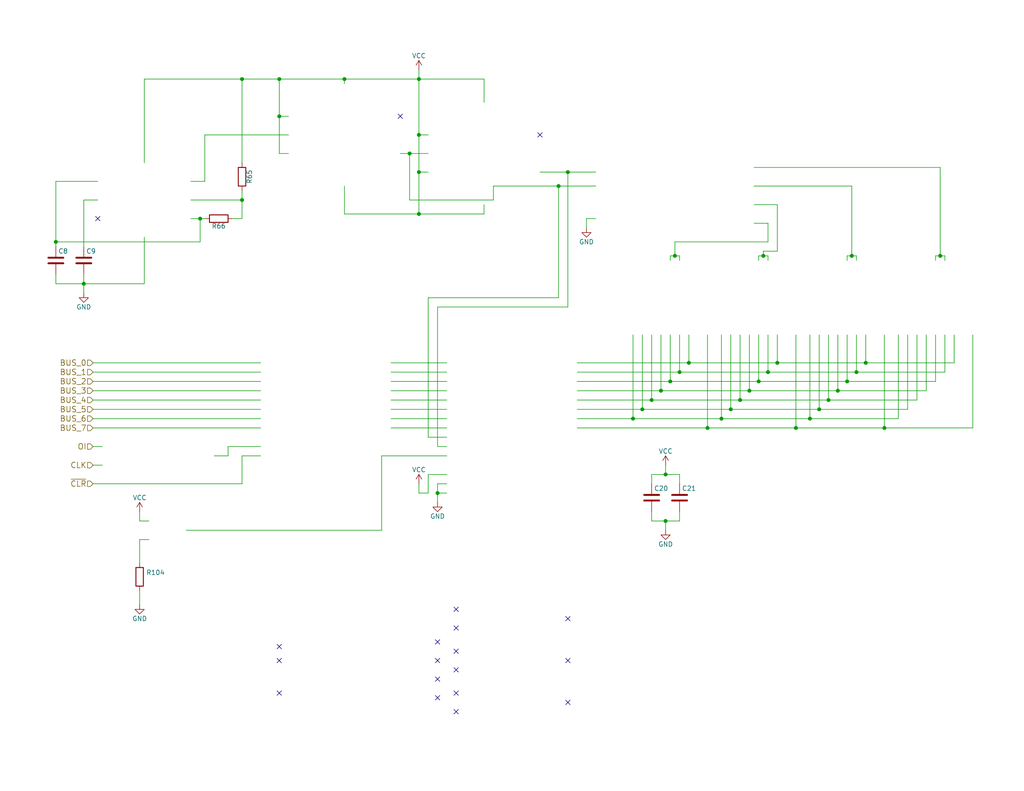
<source format=kicad_sch>
(kicad_sch (version 20211123) (generator eeschema)
  (paper "USLetter")
  (lib_symbols
    (symbol "Device:C" (pin_numbers hide) (pin_names (offset 0.254))
      (property "Reference" "C" (at 0.635 2.54 0))
      (property "Value" "C" (at 0.635 -2.54 0))
      (symbol "C_0_1"
        (polyline (pts (xy -2.032 -0.762) (xy 2.032 -0.762)) (stroke (width 0.508)))
        (polyline (pts (xy -2.032 0.762) (xy 2.032 0.762)) (stroke (width 0.508)))
      )
      (symbol "C_1_1"
        (pin passive line (at 0 3.81 270) (length 2.794) (name "~") (number "1"))
        (pin passive line (at 0 -3.81 90) (length 2.794) (name "~") (number "2"))
      )
    )
    (symbol "Device:R" (pin_numbers hide) (pin_names (offset 0))
      (property "Reference" "R" (at 2.032 0 90))
      (property "Value" "R" (at 0 0 90))
      (symbol "R_0_1"
        (rectangle (start -1.016 -2.54) (end 1.016 2.54) (stroke (width 0.254)))
      )
      (symbol "R_1_1"
        (pin passive line (at 0 3.81 270) (length 1.27) (name "~") (number "1"))
        (pin passive line (at 0 -3.81 90) (length 1.27) (name "~") (number "2"))
      )
    )
    (symbol "power:GND" (power) (pin_names (offset 0))
      (property "Value" "GND" (at 0 -3.81 0))
      (symbol "GND_0_1"
        (polyline (pts (xy 0 0) (xy 0 -1.27) (xy 1.27 -1.27) (xy 0 -2.54) (xy -1.27 -1.27) (xy 0 -1.27)))
      )
      (symbol "GND_1_1"
        (pin power_in line (at 0 0 270) (length 0) hide (name "GND") (number "1"))
      )
    )
    (symbol "power:VCC" (power) (pin_names (offset 0))
      (property "Value" "VCC" (at 0 3.81 0))
      (symbol "VCC_0_1"
        (polyline (pts (xy -0.762 1.27) (xy 0 2.54)))
        (polyline (pts (xy 0 0) (xy 0 2.54)))
        (polyline (pts (xy 0 2.54) (xy 0.762 1.27)))
      )
      (symbol "VCC_1_1"
        (pin power_in line (at 0 0 90) (length 0) hide (name "VCC") (number "1"))
      )
    )
  )
  (junction (at 193.04 116.84))
  (junction (at 182.88 104.14))
  (junction (at 209.55 101.6))
  (junction (at 54.61 59.69))
  (junction (at 76.2 21.59))
  (junction (at 76.2 31.75))
  (junction (at 93.98 21.59))
  (junction (at 231.14 104.14))
  (junction (at 22.86 77.47))
  (junction (at 207.01 104.14))
  (junction (at 111.76 41.91))
  (junction (at 217.17 116.84))
  (junction (at 172.72 114.3))
  (junction (at 66.04 54.61))
  (junction (at 119.38 134.62))
  (junction (at 184.15 69.85))
  (junction (at 233.68 101.6))
  (junction (at 223.52 111.76))
  (junction (at 175.26 111.76))
  (junction (at 241.3 116.84))
  (junction (at 181.61 142.24))
  (junction (at 220.98 114.3))
  (junction (at 232.41 69.85))
  (junction (at 181.61 129.54))
  (junction (at 212.09 99.06))
  (junction (at 114.3 58.42))
  (junction (at 199.39 111.76))
  (junction (at 208.28 69.85))
  (junction (at 152.4 50.8))
  (junction (at 204.47 106.68))
  (junction (at 236.22 99.06))
  (junction (at 256.54 69.85))
  (junction (at 180.34 106.68))
  (junction (at 196.85 114.3))
  (junction (at 201.93 109.22))
  (junction (at 228.6 106.68))
  (junction (at 185.42 101.6))
  (junction (at 187.96 99.06))
  (junction (at 226.06 109.22))
  (junction (at 114.3 36.83))
  (junction (at 114.3 46.99))
  (junction (at 15.24 66.04))
  (junction (at 154.94 46.99))
  (junction (at 66.04 21.59))
  (junction (at 114.3 21.59))
  (junction (at 177.8 109.22))
  (no_connect (at 119.38 185.42))
  (no_connect (at 124.46 171.45))
  (no_connect (at 109.22 31.75))
  (no_connect (at 154.94 168.91))
  (no_connect (at 26.67 59.69))
  (no_connect (at 76.2 176.53))
  (no_connect (at 147.32 36.83))
  (no_connect (at 124.46 189.23))
  (no_connect (at 154.94 191.77))
  (no_connect (at 124.46 166.37))
  (no_connect (at 76.2 180.34))
  (no_connect (at 76.2 189.23))
  (no_connect (at 119.38 190.5))
  (no_connect (at 154.94 180.34))
  (no_connect (at 119.38 180.34))
  (no_connect (at 124.46 177.8))
  (no_connect (at 124.46 182.88))
  (no_connect (at 124.46 194.31))
  (no_connect (at 119.38 175.26))
  (wire (pts (xy 157.48 111.76) (xy 175.26 111.76)))
  (wire (pts (xy 209.55 69.85) (xy 209.55 71.12)))
  (wire (pts (xy 231.14 71.12) (xy 231.14 69.85)))
  (wire (pts (xy 22.86 77.47) (xy 39.37 77.47)))
  (wire (pts (xy 66.04 52.07) (xy 66.04 54.61)))
  (wire (pts (xy 236.22 99.06) (xy 236.22 91.44)))
  (wire (pts (xy 181.61 129.54) (xy 185.42 129.54)))
  (wire (pts (xy 228.6 106.68) (xy 252.73 106.68)))
  (wire (pts (xy 207.01 69.85) (xy 208.28 69.85)))
  (wire (pts (xy 119.38 134.62) (xy 119.38 137.16)))
  (wire (pts (xy 185.42 69.85) (xy 185.42 71.12)))
  (wire (pts (xy 22.86 74.93) (xy 22.86 77.47)))
  (wire (pts (xy 15.24 74.93) (xy 15.24 77.47)))
  (wire (pts (xy 106.68 101.6) (xy 121.92 101.6)))
  (wire (pts (xy 15.24 77.47) (xy 22.86 77.47)))
  (wire (pts (xy 152.4 81.28) (xy 116.84 81.28)))
  (wire (pts (xy 93.98 21.59) (xy 93.98 22.86)))
  (wire (pts (xy 187.96 99.06) (xy 212.09 99.06)))
  (wire (pts (xy 185.42 142.24) (xy 185.42 139.7)))
  (wire (pts (xy 71.12 99.06) (xy 25.4 99.06)))
  (wire (pts (xy 111.76 41.91) (xy 116.84 41.91)))
  (wire (pts (xy 71.12 109.22) (xy 25.4 109.22)))
  (wire (pts (xy 231.14 69.85) (xy 232.41 69.85)))
  (wire (pts (xy 25.4 127) (xy 27.94 127)))
  (wire (pts (xy 177.8 139.7) (xy 177.8 142.24)))
  (wire (pts (xy 257.81 101.6) (xy 257.81 91.44)))
  (wire (pts (xy 134.62 54.61) (xy 111.76 54.61)))
  (wire (pts (xy 25.4 132.08) (xy 66.04 132.08)))
  (wire (pts (xy 119.38 121.92) (xy 121.92 121.92)))
  (wire (pts (xy 223.52 111.76) (xy 247.65 111.76)))
  (wire (pts (xy 111.76 41.91) (xy 111.76 54.61)))
  (wire (pts (xy 205.74 45.72) (xy 256.54 45.72)))
  (wire (pts (xy 52.07 54.61) (xy 66.04 54.61)))
  (wire (pts (xy 233.68 91.44) (xy 233.68 101.6)))
  (wire (pts (xy 38.1 147.32) (xy 38.1 153.67)))
  (wire (pts (xy 193.04 116.84) (xy 217.17 116.84)))
  (wire (pts (xy 114.3 58.42) (xy 132.08 58.42)))
  (wire (pts (xy 58.42 124.46) (xy 62.23 124.46)))
  (wire (pts (xy 257.81 69.85) (xy 257.81 71.12)))
  (wire (pts (xy 54.61 66.04) (xy 15.24 66.04)))
  (wire (pts (xy 232.41 69.85) (xy 233.68 69.85)))
  (wire (pts (xy 157.48 109.22) (xy 177.8 109.22)))
  (wire (pts (xy 106.68 104.14) (xy 121.92 104.14)))
  (wire (pts (xy 38.1 142.24) (xy 40.64 142.24)))
  (wire (pts (xy 114.3 36.83) (xy 116.84 36.83)))
  (wire (pts (xy 199.39 111.76) (xy 199.39 91.44)))
  (wire (pts (xy 39.37 77.47) (xy 39.37 64.77)))
  (wire (pts (xy 177.8 109.22) (xy 201.93 109.22)))
  (wire (pts (xy 25.4 106.68) (xy 71.12 106.68)))
  (wire (pts (xy 201.93 109.22) (xy 226.06 109.22)))
  (wire (pts (xy 187.96 99.06) (xy 187.96 91.44)))
  (wire (pts (xy 157.48 114.3) (xy 172.72 114.3)))
  (wire (pts (xy 193.04 91.44) (xy 193.04 116.84)))
  (wire (pts (xy 157.48 116.84) (xy 193.04 116.84)))
  (wire (pts (xy 220.98 114.3) (xy 245.11 114.3)))
  (wire (pts (xy 185.42 101.6) (xy 185.42 91.44)))
  (wire (pts (xy 207.01 104.14) (xy 207.01 91.44)))
  (wire (pts (xy 25.4 101.6) (xy 71.12 101.6)))
  (wire (pts (xy 177.8 109.22) (xy 177.8 91.44)))
  (wire (pts (xy 185.42 101.6) (xy 209.55 101.6)))
  (wire (pts (xy 184.15 69.85) (xy 185.42 69.85)))
  (wire (pts (xy 177.8 129.54) (xy 181.61 129.54)))
  (wire (pts (xy 250.19 109.22) (xy 250.19 91.44)))
  (wire (pts (xy 62.23 124.46) (xy 62.23 121.92)))
  (wire (pts (xy 180.34 106.68) (xy 204.47 106.68)))
  (wire (pts (xy 177.8 142.24) (xy 181.61 142.24)))
  (wire (pts (xy 121.92 132.08) (xy 119.38 132.08)))
  (wire (pts (xy 119.38 134.62) (xy 121.92 134.62)))
  (wire (pts (xy 245.11 114.3) (xy 245.11 91.44)))
  (wire (pts (xy 233.68 101.6) (xy 257.81 101.6)))
  (wire (pts (xy 25.4 121.92) (xy 27.94 121.92)))
  (wire (pts (xy 71.12 104.14) (xy 25.4 104.14)))
  (wire (pts (xy 152.4 50.8) (xy 152.4 81.28)))
  (wire (pts (xy 93.98 58.42) (xy 114.3 58.42)))
  (wire (pts (xy 132.08 21.59) (xy 132.08 27.94)))
  (wire (pts (xy 76.2 31.75) (xy 78.74 31.75)))
  (wire (pts (xy 201.93 109.22) (xy 201.93 91.44)))
  (wire (pts (xy 212.09 55.88) (xy 205.74 55.88)))
  (wire (pts (xy 209.55 101.6) (xy 233.68 101.6)))
  (wire (pts (xy 15.24 49.53) (xy 15.24 66.04)))
  (wire (pts (xy 231.14 104.14) (xy 231.14 91.44)))
  (wire (pts (xy 217.17 116.84) (xy 217.17 91.44)))
  (wire (pts (xy 116.84 134.62) (xy 116.84 129.54)))
  (wire (pts (xy 106.68 106.68) (xy 121.92 106.68)))
  (wire (pts (xy 208.28 68.58) (xy 212.09 68.58)))
  (wire (pts (xy 226.06 109.22) (xy 226.06 91.44)))
  (wire (pts (xy 25.4 111.76) (xy 71.12 111.76)))
  (wire (pts (xy 116.84 119.38) (xy 121.92 119.38)))
  (wire (pts (xy 208.28 69.85) (xy 208.28 68.58)))
  (wire (pts (xy 66.04 21.59) (xy 66.04 44.45)))
  (wire (pts (xy 181.61 127) (xy 181.61 129.54)))
  (wire (pts (xy 204.47 106.68) (xy 204.47 91.44)))
  (wire (pts (xy 76.2 21.59) (xy 76.2 31.75)))
  (wire (pts (xy 204.47 106.68) (xy 228.6 106.68)))
  (wire (pts (xy 152.4 50.8) (xy 162.56 50.8)))
  (wire (pts (xy 157.48 101.6) (xy 185.42 101.6)))
  (wire (pts (xy 121.92 109.22) (xy 106.68 109.22)))
  (wire (pts (xy 119.38 83.82) (xy 154.94 83.82)))
  (wire (pts (xy 22.86 77.47) (xy 22.86 80.01)))
  (wire (pts (xy 181.61 142.24) (xy 185.42 142.24)))
  (wire (pts (xy 232.41 50.8) (xy 205.74 50.8)))
  (wire (pts (xy 66.04 132.08) (xy 66.04 124.46)))
  (wire (pts (xy 228.6 106.68) (xy 228.6 91.44)))
  (wire (pts (xy 255.27 104.14) (xy 255.27 91.44)))
  (wire (pts (xy 160.02 59.69) (xy 160.02 62.23)))
  (wire (pts (xy 177.8 132.08) (xy 177.8 129.54)))
  (wire (pts (xy 119.38 83.82) (xy 119.38 121.92)))
  (wire (pts (xy 208.28 69.85) (xy 209.55 69.85)))
  (wire (pts (xy 26.67 49.53) (xy 15.24 49.53)))
  (wire (pts (xy 109.22 41.91) (xy 111.76 41.91)))
  (wire (pts (xy 40.64 147.32) (xy 38.1 147.32)))
  (wire (pts (xy 52.07 59.69) (xy 54.61 59.69)))
  (wire (pts (xy 119.38 132.08) (xy 119.38 134.62)))
  (wire (pts (xy 199.39 111.76) (xy 223.52 111.76)))
  (wire (pts (xy 157.48 99.06) (xy 187.96 99.06)))
  (wire (pts (xy 175.26 111.76) (xy 199.39 111.76)))
  (wire (pts (xy 93.98 50.8) (xy 93.98 58.42)))
  (wire (pts (xy 233.68 69.85) (xy 233.68 71.12)))
  (wire (pts (xy 212.09 68.58) (xy 212.09 55.88)))
  (wire (pts (xy 247.65 111.76) (xy 247.65 91.44)))
  (wire (pts (xy 255.27 69.85) (xy 256.54 69.85)))
  (wire (pts (xy 172.72 114.3) (xy 196.85 114.3)))
  (wire (pts (xy 256.54 69.85) (xy 257.81 69.85)))
  (wire (pts (xy 54.61 59.69) (xy 54.61 66.04)))
  (wire (pts (xy 106.68 111.76) (xy 121.92 111.76)))
  (wire (pts (xy 241.3 116.84) (xy 265.43 116.84)))
  (wire (pts (xy 231.14 104.14) (xy 255.27 104.14)))
  (wire (pts (xy 55.88 36.83) (xy 78.74 36.83)))
  (wire (pts (xy 134.62 50.8) (xy 134.62 54.61)))
  (wire (pts (xy 265.43 116.84) (xy 265.43 91.44)))
  (wire (pts (xy 182.88 104.14) (xy 207.01 104.14)))
  (wire (pts (xy 93.98 21.59) (xy 114.3 21.59)))
  (wire (pts (xy 104.14 124.46) (xy 121.92 124.46)))
  (wire (pts (xy 66.04 59.69) (xy 63.5 59.69)))
  (wire (pts (xy 260.35 99.06) (xy 260.35 91.44)))
  (wire (pts (xy 38.1 161.29) (xy 38.1 165.1)))
  (wire (pts (xy 236.22 99.06) (xy 260.35 99.06)))
  (wire (pts (xy 212.09 99.06) (xy 236.22 99.06)))
  (wire (pts (xy 182.88 71.12) (xy 182.88 69.85)))
  (wire (pts (xy 114.3 19.05) (xy 114.3 21.59)))
  (wire (pts (xy 157.48 104.14) (xy 182.88 104.14)))
  (wire (pts (xy 116.84 81.28) (xy 116.84 119.38)))
  (wire (pts (xy 52.07 49.53) (xy 55.88 49.53)))
  (wire (pts (xy 106.68 99.06) (xy 121.92 99.06)))
  (wire (pts (xy 232.41 69.85) (xy 232.41 50.8)))
  (wire (pts (xy 66.04 124.46) (xy 71.12 124.46)))
  (wire (pts (xy 212.09 99.06) (xy 212.09 91.44)))
  (wire (pts (xy 180.34 106.68) (xy 180.34 91.44)))
  (wire (pts (xy 196.85 114.3) (xy 220.98 114.3)))
  (wire (pts (xy 114.3 46.99) (xy 116.84 46.99)))
  (wire (pts (xy 209.55 66.04) (xy 209.55 60.96)))
  (wire (pts (xy 162.56 59.69) (xy 160.02 59.69)))
  (wire (pts (xy 66.04 54.61) (xy 66.04 59.69)))
  (wire (pts (xy 154.94 46.99) (xy 162.56 46.99)))
  (wire (pts (xy 114.3 132.08) (xy 114.3 134.62)))
  (wire (pts (xy 172.72 91.44) (xy 172.72 114.3)))
  (wire (pts (xy 114.3 46.99) (xy 114.3 58.42)))
  (wire (pts (xy 147.32 46.99) (xy 154.94 46.99)))
  (wire (pts (xy 55.88 49.53) (xy 55.88 36.83)))
  (wire (pts (xy 15.24 66.04) (xy 15.24 67.31)))
  (wire (pts (xy 134.62 50.8) (xy 152.4 50.8)))
  (wire (pts (xy 76.2 41.91) (xy 78.74 41.91)))
  (wire (pts (xy 209.55 60.96) (xy 205.74 60.96)))
  (wire (pts (xy 71.12 114.3) (xy 25.4 114.3)))
  (wire (pts (xy 217.17 116.84) (xy 241.3 116.84)))
  (wire (pts (xy 223.52 111.76) (xy 223.52 91.44)))
  (wire (pts (xy 76.2 21.59) (xy 93.98 21.59)))
  (wire (pts (xy 182.88 69.85) (xy 184.15 69.85)))
  (wire (pts (xy 62.23 121.92) (xy 71.12 121.92)))
  (wire (pts (xy 25.4 116.84) (xy 71.12 116.84)))
  (wire (pts (xy 184.15 69.85) (xy 184.15 66.04)))
  (wire (pts (xy 66.04 21.59) (xy 76.2 21.59)))
  (wire (pts (xy 220.98 114.3) (xy 220.98 91.44)))
  (wire (pts (xy 181.61 142.24) (xy 181.61 144.78)))
  (wire (pts (xy 184.15 66.04) (xy 209.55 66.04)))
  (wire (pts (xy 114.3 21.59) (xy 114.3 36.83)))
  (wire (pts (xy 175.26 111.76) (xy 175.26 91.44)))
  (wire (pts (xy 39.37 21.59) (xy 66.04 21.59)))
  (wire (pts (xy 132.08 58.42) (xy 132.08 55.88)))
  (wire (pts (xy 182.88 91.44) (xy 182.88 104.14)))
  (wire (pts (xy 207.01 71.12) (xy 207.01 69.85)))
  (wire (pts (xy 185.42 129.54) (xy 185.42 132.08)))
  (wire (pts (xy 252.73 106.68) (xy 252.73 91.44)))
  (wire (pts (xy 255.27 71.12) (xy 255.27 69.85)))
  (wire (pts (xy 114.3 134.62) (xy 116.84 134.62)))
  (wire (pts (xy 106.68 116.84) (xy 121.92 116.84)))
  (wire (pts (xy 54.61 59.69) (xy 55.88 59.69)))
  (wire (pts (xy 121.92 114.3) (xy 106.68 114.3)))
  (wire (pts (xy 116.84 129.54) (xy 121.92 129.54)))
  (wire (pts (xy 26.67 54.61) (xy 22.86 54.61)))
  (wire (pts (xy 196.85 114.3) (xy 196.85 91.44)))
  (wire (pts (xy 241.3 116.84) (xy 241.3 91.44)))
  (wire (pts (xy 256.54 45.72) (xy 256.54 69.85)))
  (wire (pts (xy 38.1 139.7) (xy 38.1 142.24)))
  (wire (pts (xy 157.48 106.68) (xy 180.34 106.68)))
  (wire (pts (xy 209.55 91.44) (xy 209.55 101.6)))
  (wire (pts (xy 207.01 104.14) (xy 231.14 104.14)))
  (wire (pts (xy 22.86 54.61) (xy 22.86 67.31)))
  (wire (pts (xy 226.06 109.22) (xy 250.19 109.22)))
  (wire (pts (xy 104.14 144.78) (xy 104.14 124.46)))
  (wire (pts (xy 39.37 21.59) (xy 39.37 44.45)))
  (wire (pts (xy 114.3 21.59) (xy 132.08 21.59)))
  (wire (pts (xy 154.94 83.82) (xy 154.94 46.99)))
  (wire (pts (xy 114.3 36.83) (xy 114.3 46.99)))
  (wire (pts (xy 50.8 144.78) (xy 104.14 144.78)))
  (wire (pts (xy 76.2 31.75) (xy 76.2 41.91)))
  (hierarchical_label "BUS_1" (shape input) (at 25.4 101.6 180) (effects (font (size 1.524 1.524))))
  (hierarchical_label "BUS_2" (shape input) (at 25.4 104.14 180) (effects (font (size 1.524 1.524))))
  (hierarchical_label "~{CLR}" (shape input) (at 25.4 132.08 180) (effects (font (size 1.524 1.524))))
  (hierarchical_label "BUS_7" (shape input) (at 25.4 116.84 180) (effects (font (size 1.524 1.524))))
  (hierarchical_label "CLK" (shape input) (at 25.4 127 180) (effects (font (size 1.524 1.524))))
  (hierarchical_label "OI" (shape input) (at 25.4 121.92 180) (effects (font (size 1.524 1.524))))
  (hierarchical_label "BUS_3" (shape input) (at 25.4 106.68 180) (effects (font (size 1.524 1.524))))
  (hierarchical_label "BUS_5" (shape input) (at 25.4 111.76 180) (effects (font (size 1.524 1.524))))
  (hierarchical_label "BUS_0" (shape input) (at 25.4 99.06 180) (effects (font (size 1.524 1.524))))
  (hierarchical_label "BUS_6" (shape input) (at 25.4 114.3 180) (effects (font (size 1.524 1.524))))
  (hierarchical_label "BUS_4" (shape input) (at 25.4 109.22 180) (effects (font (size 1.524 1.524))))
  (symbol (lib_id "8bit-computer-rescue:28C16") (at 139.7 116.84 0) (unit 1)
    (property "Reference" "U45" (at 144.78 96.52 0))
  )
  (symbol (lib_id "8bit-computer-rescue:7SEGMENT_CC") (at 255.27 81.28 0) (mirror x) (unit 1)
    (property "Reference" "U43" (at 242.57 90.805 0) (effects (justify right)))
  )
  (symbol (lib_id "8bit-computer-rescue:7SEGMENT_CC") (at 231.14 81.28 0) (mirror x) (unit 1)
    (property "Reference" "U42" (at 218.44 90.805 0) (effects (justify right)))
  )
  (symbol (lib_id "8bit-computer-rescue:7SEGMENT_CC") (at 182.88 81.28 0) (mirror x) (unit 1)
    (property "Reference" "U40" (at 170.18 90.805 0) (effects (justify right)))
  )
  (symbol (lib_id "8bit-computer-rescue:7SEGMENT_CC") (at 207.01 81.28 0) (mirror x) (unit 1)
    (property "Reference" "U41" (at 194.31 90.805 0) (effects (justify right)))
  )
  (symbol (lib_id "Device:R") (at 66.04 48.26 0) (unit 1)
    (property "Reference" "R65" (at 68.072 48.26 90))
  )
  (symbol (lib_id "Device:R") (at 59.69 59.69 270) (unit 1)
    (property "Reference" "R66" (at 59.69 61.722 90))
  )
  (symbol (lib_id "Device:C") (at 22.86 71.12 0) (unit 1)
    (property "Reference" "C9" (at 23.495 68.58 0) (effects (justify left)))
  )
  (symbol (lib_id "Device:C") (at 15.24 71.12 0) (unit 1)
    (property "Reference" "C8" (at 15.875 68.58 0) (effects (justify left)))
  )
  (symbol (lib_id "8bit-computer-rescue:LM555") (at 39.37 54.61 0) (unit 1)
    (property "Reference" "U39" (at 29.21 45.72 0) (effects (justify left)))
  )
  (symbol (lib_id "8bit-computer-rescue:74LS08") (at 43.18 124.46 0) (unit 1)
    (property "Reference" "U46" (at 43.18 123.19 0))
  )
  (symbol (lib_id "8bit-computer-rescue:74LS76") (at 93.98 36.83 0) (unit 1)
    (property "Reference" "U37" (at 95.25 35.56 0))
  )
  (symbol (lib_id "8bit-computer-rescue:74LS139") (at 184.15 53.34 0) (unit 1)
    (property "Reference" "U38" (at 184.15 50.8 0))
  )
  (symbol (lib_id "8bit-computer-rescue:74LS273") (at 88.9 111.76 0) (unit 1)
    (property "Reference" "U44" (at 88.9 115.57 0))
  )
  (symbol (lib_id "8bit-computer-rescue:74LS76") (at 132.08 41.91 0) (unit 2)
    (property "Reference" "U37" (at 133.35 40.64 0))
  )
  (symbol (lib_id "power:GND") (at 160.02 62.23 0) (unit 1)
    (property "Reference" "#PWR059" (effects hide))
  )
  (symbol (lib_id "power:GND") (at 22.86 80.01 0) (unit 1)
    (property "Reference" "#PWR060" (effects hide))
  )
  (symbol (lib_id "power:VCC") (at 114.3 19.05 0) (unit 1)
    (property "Reference" "#PWR061" (effects hide))
  )
  (symbol (lib_id "8bit-computer-rescue:SW_SPDT") (at 45.72 144.78 180) (unit 1)
    (property "Reference" "SW7" (at 45.72 149.098 0))
  )
  (symbol (lib_id "power:VCC") (at 38.1 139.7 0) (unit 1)
    (property "Reference" "#PWR062" (effects hide))
  )
  (symbol (lib_id "power:GND") (at 38.1 165.1 0) (unit 1)
    (property "Reference" "#PWR063" (effects hide))
  )
  (symbol (lib_id "power:GND") (at 119.38 137.16 0) (unit 1)
    (property "Reference" "#PWR064" (effects hide))
  )
  (symbol (lib_id "power:VCC") (at 114.3 132.08 0) (unit 1)
    (property "Reference" "#PWR065" (effects hide))
  )
  (symbol (lib_id "8bit-computer-rescue:74LS139") (at 97.79 182.88 0) (unit 2)
    (property "Reference" "U38" (at 97.79 180.34 0))
  )
  (symbol (lib_id "8bit-computer-rescue:74LS08") (at 139.7 168.91 0) (unit 2)
    (property "Reference" "U46" (at 139.7 167.64 0))
  )
  (symbol (lib_id "8bit-computer-rescue:74LS08") (at 139.7 180.34 0) (unit 3)
    (property "Reference" "U46" (at 139.7 179.07 0))
  )
  (symbol (lib_id "8bit-computer-rescue:74LS08") (at 139.7 191.77 0) (unit 4)
    (property "Reference" "U46" (at 139.7 190.5 0))
  )
  (symbol (lib_id "Device:C") (at 177.8 135.89 0) (unit 1)
    (property "Reference" "C20" (at 178.435 133.35 0) (effects (justify left)))
  )
  (symbol (lib_id "power:VCC") (at 181.61 127 0) (unit 1)
    (property "Reference" "#PWR066" (effects hide))
  )
  (symbol (lib_id "power:GND") (at 181.61 144.78 0) (unit 1)
    (property "Reference" "#PWR067" (effects hide))
  )
  (symbol (lib_id "Device:C") (at 185.42 135.89 0) (unit 1)
    (property "Reference" "C21" (at 186.055 133.35 0) (effects (justify left)))
  )
  (symbol (lib_id "Device:R") (at 38.1 157.48 0) (unit 1)
    (property "Reference" "R104" (at 39.878 156.3116 0) (effects (justify left)))
  )
)
</source>
